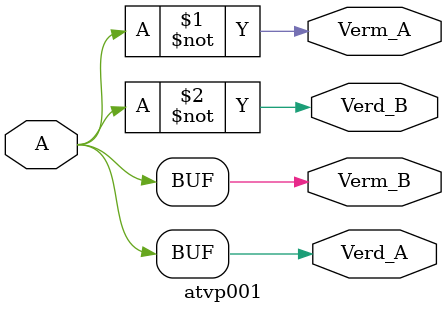
<source format=v>
module atvp001(A,Verd_A,Verd_B,Verm_A,Verm_B);
  input A;
  output Verd_A,Verd_B,Verm_A,Verm_B;
  assign Verd_A = A, Verm_A =~A,Verd_B =~A,Verm_B = A;
endmodule
</source>
